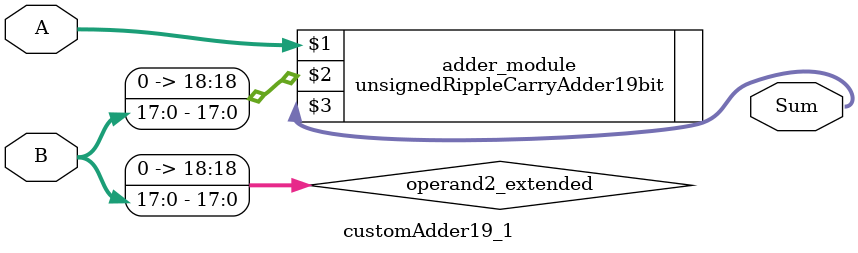
<source format=v>

module customAdder19_1(
                    input [18 : 0] A,
                    input [17 : 0] B,
                    
                    output [19 : 0] Sum
            );

    wire [18 : 0] operand2_extended;
    
    assign operand2_extended =  {1'b0, B};
    
    unsignedRippleCarryAdder19bit adder_module(
        A,
        operand2_extended,
        Sum
    );
    
endmodule
        
</source>
